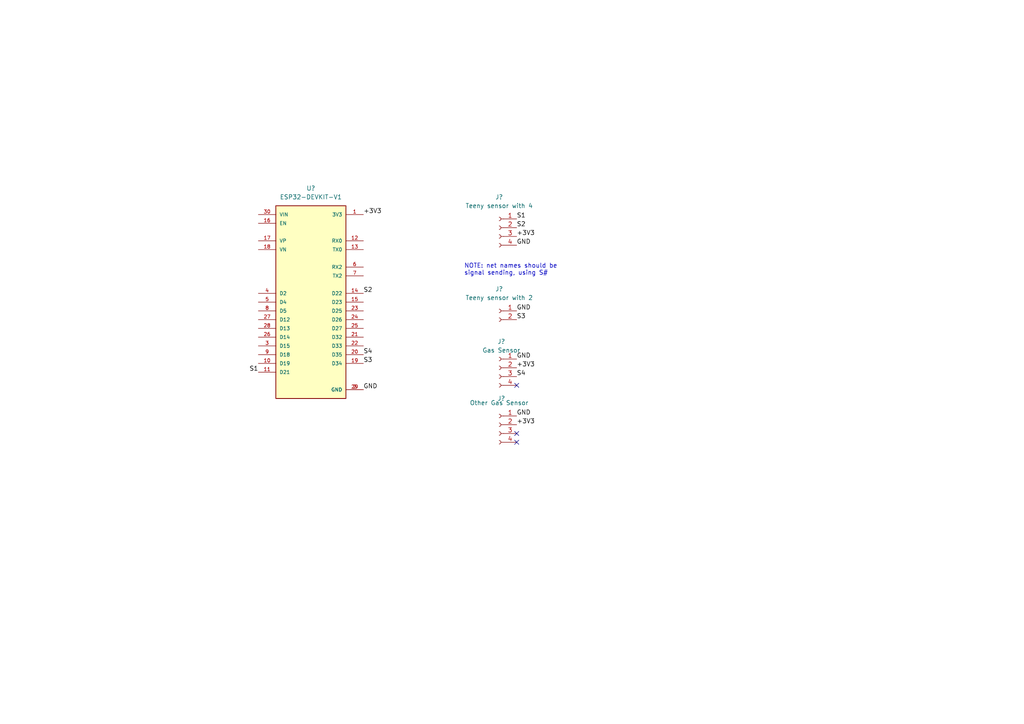
<source format=kicad_sch>
(kicad_sch (version 20211123) (generator eeschema)
  (paper "A4")
  (lib_symbols
    (symbol "Connector:Conn_01x02_Female" (pin_names (offset 1.016) hide)
      (property "Reference" "J" (at 0 2.54 0))
      (property "Value" "Conn_01x02_Female" (at 0 -5.08 0))
      (symbol "Conn_01x02_Female_1_1"
        (arc (start 0 -2.032) (mid -0.508 -2.54) (end 0 -3.048) (stroke (width 0.1524)))
        (polyline (pts (xy -1.27 -2.54) (xy -0.508 -2.54)) (stroke (width 0.1524)))
        (polyline (pts (xy -1.27 0) (xy -0.508 0)) (stroke (width 0.1524)))
        (arc (start 0 0.508) (mid -0.508 0) (end 0 -0.508) (stroke (width 0.1524)))
        (pin passive line (at -5.08 0 0) (length 3.81) (name "Pin_1") (number "1"))
        (pin passive line (at -5.08 -2.54 0) (length 3.81) (name "Pin_2") (number "2"))
      )
    )
    (symbol "Connector:Conn_01x04_Female" (pin_names (offset 1.016) hide)
      (property "Reference" "J" (at 0 5.08 0))
      (property "Value" "Conn_01x04_Female" (at 0 -7.62 0))
      (symbol "Conn_01x04_Female_1_1"
        (arc (start 0 -4.572) (mid -0.508 -5.08) (end 0 -5.588) (stroke (width 0.1524)))
        (arc (start 0 -2.032) (mid -0.508 -2.54) (end 0 -3.048) (stroke (width 0.1524)))
        (polyline (pts (xy -1.27 -5.08) (xy -0.508 -5.08)) (stroke (width 0.1524)))
        (polyline (pts (xy -1.27 -2.54) (xy -0.508 -2.54)) (stroke (width 0.1524)))
        (polyline (pts (xy -1.27 0) (xy -0.508 0)) (stroke (width 0.1524)))
        (polyline (pts (xy -1.27 2.54) (xy -0.508 2.54)) (stroke (width 0.1524)))
        (arc (start 0 0.508) (mid -0.508 0) (end 0 -0.508) (stroke (width 0.1524)))
        (arc (start 0 3.048) (mid -0.508 2.54) (end 0 2.032) (stroke (width 0.1524)))
        (pin passive line (at -5.08 2.54 0) (length 3.81) (name "Pin_1") (number "1"))
        (pin passive line (at -5.08 0 0) (length 3.81) (name "Pin_2") (number "2"))
        (pin passive line (at -5.08 -2.54 0) (length 3.81) (name "Pin_3") (number "3"))
        (pin passive line (at -5.08 -5.08 0) (length 3.81) (name "Pin_4") (number "4"))
      )
    )
    (symbol "ESP32-DEVKIT-V1:ESP32-DEVKIT-V1" (pin_names (offset 1.016))
      (property "Reference" "U" (at -10.16 30.48 0))
      (property "Value" "ESP32-DEVKIT-V1" (at -10.16 -30.48 0))
      (symbol "ESP32-DEVKIT-V1_0_0"
        (rectangle (start -10.16 -27.94) (end 10.16 27.94) (stroke (width 0.254)) (fill (type background)))
        (pin output line (at 15.24 25.4 180) (length 5.08) (name "3V3") (number "1"))
        (pin bidirectional line (at -15.24 -17.78 0) (length 5.08) (name "D19") (number "10"))
        (pin bidirectional line (at -15.24 -20.32 0) (length 5.08) (name "D21") (number "11"))
        (pin input line (at 15.24 17.78 180) (length 5.08) (name "RX0") (number "12"))
        (pin output line (at 15.24 15.24 180) (length 5.08) (name "TX0") (number "13"))
        (pin bidirectional line (at 15.24 2.54 180) (length 5.08) (name "D22") (number "14"))
        (pin bidirectional line (at 15.24 0 180) (length 5.08) (name "D23") (number "15"))
        (pin input line (at -15.24 22.86 0) (length 5.08) (name "EN") (number "16"))
        (pin bidirectional line (at -15.24 17.78 0) (length 5.08) (name "VP") (number "17"))
        (pin bidirectional line (at -15.24 15.24 0) (length 5.08) (name "VN") (number "18"))
        (pin bidirectional line (at 15.24 -17.78 180) (length 5.08) (name "D34") (number "19"))
        (pin power_in line (at 15.24 -25.4 180) (length 5.08) (name "GND") (number "2"))
        (pin bidirectional line (at 15.24 -15.24 180) (length 5.08) (name "D35") (number "20"))
        (pin bidirectional line (at 15.24 -10.16 180) (length 5.08) (name "D32") (number "21"))
        (pin bidirectional line (at 15.24 -12.7 180) (length 5.08) (name "D33") (number "22"))
        (pin bidirectional line (at 15.24 -2.54 180) (length 5.08) (name "D25") (number "23"))
        (pin bidirectional line (at 15.24 -5.08 180) (length 5.08) (name "D26") (number "24"))
        (pin bidirectional line (at 15.24 -7.62 180) (length 5.08) (name "D27") (number "25"))
        (pin bidirectional line (at -15.24 -10.16 0) (length 5.08) (name "D14") (number "26"))
        (pin bidirectional line (at -15.24 -5.08 0) (length 5.08) (name "D12") (number "27"))
        (pin bidirectional line (at -15.24 -7.62 0) (length 5.08) (name "D13") (number "28"))
        (pin power_in line (at 15.24 -25.4 180) (length 5.08) (name "GND") (number "29"))
        (pin bidirectional line (at -15.24 -12.7 0) (length 5.08) (name "D15") (number "3"))
        (pin input line (at -15.24 25.4 0) (length 5.08) (name "VIN") (number "30"))
        (pin bidirectional line (at -15.24 2.54 0) (length 5.08) (name "D2") (number "4"))
        (pin bidirectional line (at -15.24 0 0) (length 5.08) (name "D4") (number "5"))
        (pin input line (at 15.24 10.16 180) (length 5.08) (name "RX2") (number "6"))
        (pin output line (at 15.24 7.62 180) (length 5.08) (name "TX2") (number "7"))
        (pin bidirectional line (at -15.24 -2.54 0) (length 5.08) (name "D5") (number "8"))
        (pin bidirectional line (at -15.24 -15.24 0) (length 5.08) (name "D18") (number "9"))
      )
    )
  )
  (no_connect (at 149.86 125.73))
  (no_connect (at 149.86 111.76))
  (no_connect (at 149.86 128.27))
  (text "NOTE: net names should be \nsignal sending, using S#\n" (at 134.62 80.01 0) (effects (font (size 1.27 1.27)) (justify left bottom)))
  (label "S1" (at 149.86 63.5 0))
  (label "S4" (at 149.86 109.22 0))
  (label "+3V3" (at 105.41 62.23 0))
  (label "S2" (at 105.41 85.09 0))
  (label "GND" (at 149.86 104.14 0))
  (label "+3V3" (at 149.86 123.19 0))
  (label "+3V3" (at 149.86 68.58 0))
  (label "S2" (at 149.86 66.04 0))
  (label "GND" (at 149.86 90.17 0))
  (label "S3" (at 105.41 105.41 0))
  (label "S1" (at 74.93 107.95 180))
  (label "S4" (at 105.41 102.87 0))
  (label "GND" (at 149.86 71.12 0))
  (label "+3V3" (at 149.86 106.68 0))
  (label "GND" (at 105.41 113.03 0))
  (label "S3" (at 149.86 92.71 0))
  (label "GND" (at 149.86 120.65 0))
  (symbol (lib_id "Connector:Conn_01x04_Female") (at 144.78 123.19 0) (mirror y) (unit 1)
    (property "Reference" "J?" (at 145.415 115.57 0))
    (property "Value" "Other Gas Sensor" (at 144.78 116.84 0))
    (property "Footprint" "Connector_PinHeader_2.54mm:PinHeader_1x04_P2.54mm_Vertical" (effects hide))
  )
  (symbol (lib_id "Connector:Conn_01x02_Female") (at 144.78 90.17 0) (mirror y) (unit 1)
    (property "Reference" "J?" (at 144.78 83.82 0))
    (property "Value" "Teeny sensor with 2" (at 144.78 86.36 0))
    (property "Footprint" "Connector_PinHeader_2.54mm:PinHeader_1x02_P2.54mm_Vertical" (effects hide))
  )
  (symbol (lib_id "Connector:Conn_01x04_Female") (at 144.78 66.04 0) (mirror y) (unit 1)
    (property "Reference" "J?" (at 144.78 57.15 0))
    (property "Value" "Teeny sensor with 4" (at 144.78 59.69 0))
    (property "Footprint" "Connector_PinHeader_2.54mm:PinHeader_1x04_P2.54mm_Vertical" (effects hide))
  )
  (symbol (lib_id "Connector:Conn_01x04_Female") (at 144.78 106.68 0) (mirror y) (unit 1)
    (property "Reference" "J?" (at 145.415 99.06 0))
    (property "Value" "Gas Sensor" (at 145.415 101.6 0))
    (property "Footprint" "Connector_PinHeader_2.54mm:PinHeader_1x04_P2.54mm_Vertical" (effects hide))
  )
  (symbol (lib_id "ESP32-DEVKIT-V1:ESP32-DEVKIT-V1") (at 90.17 87.63 0) (unit 1)
    (property "Reference" "U?" (at 90.17 54.61 0))
    (property "Value" "ESP32-DEVKIT-V1" (at 90.17 57.15 0))
    (property "Footprint" "MODULE_ESP32_DEVKIT_V1" (effects hide))
    (property "STANDARD" "Manufacturer Recommendations" (effects hide))
    (property "MAXIMUM_PACKAGE_HEIGHT" "6.8 mm" (effects hide))
    (property "PARTREV" "N/A" (effects hide))
    (property "MANUFACTURER" "DOIT" (effects hide))
  )
)
</source>
